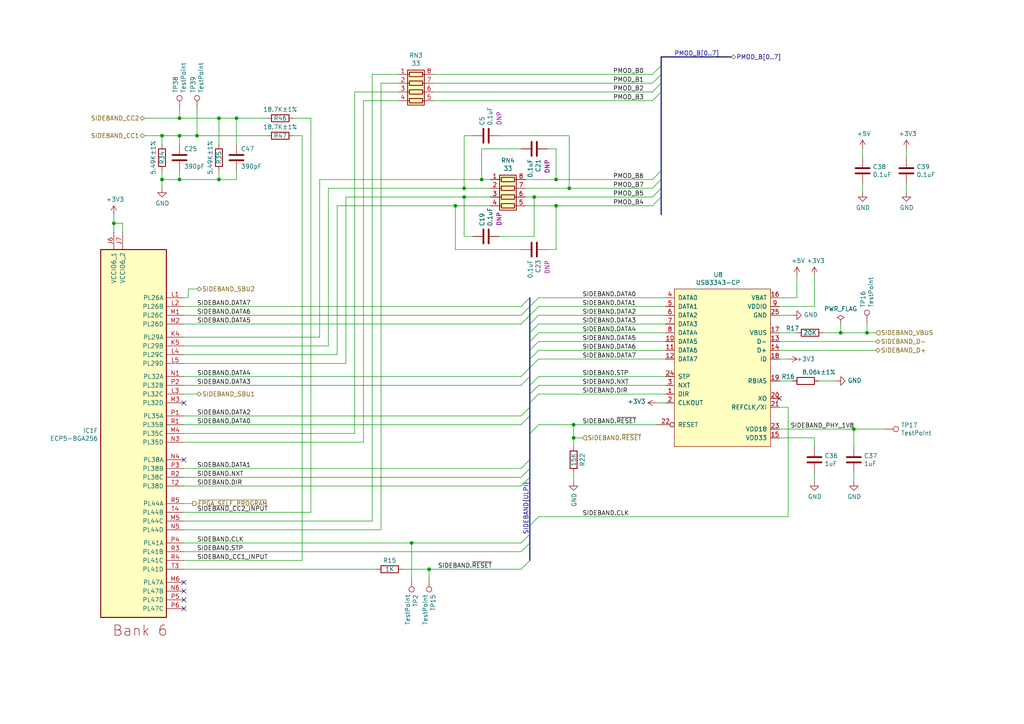
<source format=kicad_sch>
(kicad_sch (version 20211123) (generator eeschema)
  (paper "A4")
  (title_block (title "LUNA USB Multitool") (date "2023-01-11") (rev "r0.5+") (company "Copyright 2019-2023 Great Scott Gadgets") (comment 1 "Licensed under the CERN-OHL-P v2"))
  (junction (at 134.62 54.61))
  (junction (at 124.46 165.1))
  (junction (at 139.7 52.07))
  (junction (at 52.07 52.07))
  (junction (at 63.5 34.29))
  (junction (at 134.62 57.15))
  (junction (at 251.46 96.52))
  (junction (at 52.07 39.37))
  (junction (at 57.15 39.37))
  (junction (at 68.58 34.29))
  (junction (at 243.84 96.52))
  (junction (at 119.38 157.48))
  (junction (at 166.37 127))
  (junction (at 33.02 64.77))
  (junction (at 46.99 52.07))
  (junction (at 166.37 123.19))
  (junction (at 161.29 52.07))
  (junction (at 154.94 57.15))
  (junction (at 165.1 54.61))
  (junction (at 132.08 59.69))
  (junction (at 52.07 34.29))
  (junction (at 247.65 124.46))
  (junction (at 161.29 59.69))
  (junction (at 63.5 52.07))
  (junction (at 46.99 39.37))
  (no_connect (at 53.34 171.45))
  (no_connect (at 53.34 168.91))
  (no_connect (at 53.34 173.99))
  (no_connect (at 53.34 176.53))
  (no_connect (at 226.06 115.57))
  (no_connect (at 53.34 133.35))
  (no_connect (at 53.34 116.84))
  (bus_entry (at 191.77 49.53) (size -2.54 2.54))
  (bus_entry (at 151.13 165.1) (size 2.54 -2.54))
  (bus_entry (at 156.21 114.3) (size -2.54 2.54))
  (bus_entry (at 191.77 19.05) (size -2.54 2.54))
  (bus_entry (at 156.21 86.36) (size -2.54 2.54))
  (bus_entry (at 191.77 26.67) (size -2.54 2.54))
  (bus_entry (at 151.13 109.22) (size 2.54 -2.54))
  (bus_entry (at 151.13 138.43) (size 2.54 -2.54))
  (bus_entry (at 191.77 21.59) (size -2.54 2.54))
  (bus_entry (at 153.67 152.4) (size 2.54 -2.54))
  (bus_entry (at 153.67 104.14) (size 2.54 -2.54))
  (bus_entry (at 153.67 111.76) (size 2.54 -2.54))
  (bus_entry (at 151.13 111.76) (size 2.54 -2.54))
  (bus_entry (at 153.67 106.68) (size 2.54 -2.54))
  (bus_entry (at 153.67 99.06) (size 2.54 -2.54))
  (bus_entry (at 151.13 91.44) (size 2.54 -2.54))
  (bus_entry (at 151.13 88.9) (size 2.54 -2.54))
  (bus_entry (at 153.67 96.52) (size 2.54 -2.54))
  (bus_entry (at 153.67 101.6) (size 2.54 -2.54))
  (bus_entry (at 153.67 93.98) (size 2.54 -2.54))
  (bus_entry (at 151.13 123.19) (size 2.54 -2.54))
  (bus_entry (at 191.77 54.61) (size -2.54 2.54))
  (bus_entry (at 153.67 138.43) (size -2.54 2.54))
  (bus_entry (at 191.77 52.07) (size -2.54 2.54))
  (bus_entry (at 153.67 125.73) (size 2.54 -2.54))
  (bus_entry (at 191.77 24.13) (size -2.54 2.54))
  (bus_entry (at 151.13 135.89) (size 2.54 -2.54))
  (bus_entry (at 151.13 120.65) (size 2.54 -2.54))
  (bus_entry (at 156.21 111.76) (size -2.54 2.54))
  (bus_entry (at 151.13 160.02) (size 2.54 -2.54))
  (bus_entry (at 151.13 93.98) (size 2.54 -2.54))
  (bus_entry (at 151.13 157.48) (size 2.54 -2.54))
  (bus_entry (at 153.67 91.44) (size 2.54 -2.54))
  (bus_entry (at 191.77 57.15) (size -2.54 2.54))
  (wire (pts (xy 52.07 31.75) (xy 52.07 34.29)))
  (wire (pts (xy 53.34 138.43) (xy 151.13 138.43)))
  (wire (pts (xy 92.71 52.07) (xy 92.71 97.79)))
  (wire (pts (xy 226.06 99.06) (xy 254 99.06)))
  (bus (pts (xy 191.77 16.51) (xy 212.09 16.51)))
  (wire (pts (xy 243.84 96.52) (xy 251.46 96.52)))
  (wire (pts (xy 105.41 29.21) (xy 115.57 29.21)))
  (wire (pts (xy 139.7 52.07) (xy 139.7 43.18)))
  (bus (pts (xy 191.77 21.59) (xy 191.77 24.13)))
  (wire (pts (xy 229.87 110.49) (xy 226.06 110.49)))
  (bus (pts (xy 153.67 111.76) (xy 153.67 114.3)))
  (wire (pts (xy 243.84 93.98) (xy 243.84 96.52)))
  (wire (pts (xy 166.37 123.19) (xy 190.5 123.19)))
  (wire (pts (xy 166.37 137.16) (xy 166.37 139.7)))
  (wire (pts (xy 110.49 153.67) (xy 53.34 153.67)))
  (wire (pts (xy 193.04 91.44) (xy 156.21 91.44)))
  (bus (pts (xy 153.67 120.65) (xy 153.67 125.73)))
  (bus (pts (xy 153.67 93.98) (xy 153.67 96.52)))
  (wire (pts (xy 161.29 43.18) (xy 161.29 52.07)))
  (wire (pts (xy 226.06 124.46) (xy 247.65 124.46)))
  (wire (pts (xy 154.94 68.58) (xy 154.94 57.15)))
  (wire (pts (xy 53.34 135.89) (xy 151.13 135.89)))
  (wire (pts (xy 87.63 162.56) (xy 53.34 162.56)))
  (wire (pts (xy 92.71 97.79) (xy 53.34 97.79)))
  (wire (pts (xy 231.14 86.36) (xy 231.14 80.01)))
  (bus (pts (xy 191.77 19.05) (xy 191.77 21.59)))
  (wire (pts (xy 165.1 54.61) (xy 152.4 54.61)))
  (wire (pts (xy 152.4 52.07) (xy 161.29 52.07)))
  (bus (pts (xy 153.67 86.36) (xy 153.67 88.9)))
  (wire (pts (xy 132.08 59.69) (xy 132.08 72.39)))
  (bus (pts (xy 153.67 138.43) (xy 153.67 152.4)))
  (wire (pts (xy 193.04 93.98) (xy 156.21 93.98)))
  (wire (pts (xy 109.22 165.1) (xy 53.34 165.1)))
  (wire (pts (xy 92.71 52.07) (xy 139.7 52.07)))
  (wire (pts (xy 68.58 52.07) (xy 63.5 52.07)))
  (wire (pts (xy 97.79 59.69) (xy 132.08 59.69)))
  (bus (pts (xy 153.67 88.9) (xy 153.67 91.44)))
  (wire (pts (xy 33.02 67.31) (xy 33.02 64.77)))
  (wire (pts (xy 53.34 160.02) (xy 151.13 160.02)))
  (wire (pts (xy 46.99 41.91) (xy 46.99 39.37)))
  (bus (pts (xy 191.77 24.13) (xy 191.77 26.67)))
  (bus (pts (xy 153.67 125.73) (xy 153.67 133.35)))
  (wire (pts (xy 251.46 96.52) (xy 254 96.52)))
  (wire (pts (xy 53.34 114.3) (xy 57.15 114.3)))
  (wire (pts (xy 262.89 53.34) (xy 262.89 55.88)))
  (wire (pts (xy 90.17 148.59) (xy 90.17 34.29)))
  (wire (pts (xy 53.34 125.73) (xy 102.87 125.73)))
  (wire (pts (xy 158.75 72.39) (xy 161.29 72.39)))
  (wire (pts (xy 189.23 24.13) (xy 125.73 24.13)))
  (wire (pts (xy 231.14 96.52) (xy 226.06 96.52)))
  (wire (pts (xy 247.65 129.54) (xy 247.65 124.46)))
  (wire (pts (xy 226.06 118.11) (xy 228.6 118.11)))
  (wire (pts (xy 52.07 49.53) (xy 52.07 52.07)))
  (wire (pts (xy 68.58 41.91) (xy 68.58 34.29)))
  (wire (pts (xy 189.23 59.69) (xy 161.29 59.69)))
  (wire (pts (xy 33.02 64.77) (xy 35.56 64.77)))
  (wire (pts (xy 226.06 101.6) (xy 254 101.6)))
  (wire (pts (xy 250.19 53.34) (xy 250.19 55.88)))
  (wire (pts (xy 142.24 54.61) (xy 134.62 54.61)))
  (wire (pts (xy 193.04 86.36) (xy 156.21 86.36)))
  (wire (pts (xy 125.73 21.59) (xy 189.23 21.59)))
  (wire (pts (xy 57.15 39.37) (xy 52.07 39.37)))
  (wire (pts (xy 193.04 101.6) (xy 156.21 101.6)))
  (wire (pts (xy 97.79 102.87) (xy 97.79 59.69)))
  (wire (pts (xy 193.04 88.9) (xy 156.21 88.9)))
  (wire (pts (xy 166.37 123.19) (xy 156.21 123.19)))
  (bus (pts (xy 191.77 54.61) (xy 191.77 57.15)))
  (wire (pts (xy 115.57 26.67) (xy 102.87 26.67)))
  (wire (pts (xy 53.34 91.44) (xy 151.13 91.44)))
  (wire (pts (xy 228.6 149.86) (xy 228.6 118.11)))
  (bus (pts (xy 153.67 154.94) (xy 153.67 157.48)))
  (wire (pts (xy 97.79 102.87) (xy 53.34 102.87)))
  (wire (pts (xy 77.47 39.37) (xy 57.15 39.37)))
  (wire (pts (xy 161.29 52.07) (xy 189.23 52.07)))
  (wire (pts (xy 226.06 127) (xy 236.22 127)))
  (bus (pts (xy 153.67 106.68) (xy 153.67 109.22)))
  (wire (pts (xy 87.63 162.56) (xy 87.63 39.37)))
  (bus (pts (xy 153.67 104.14) (xy 153.67 106.68)))
  (bus (pts (xy 153.67 133.35) (xy 153.67 135.89)))
  (bus (pts (xy 153.67 118.11) (xy 153.67 120.65)))
  (wire (pts (xy 247.65 139.7) (xy 247.65 137.16)))
  (wire (pts (xy 110.49 153.67) (xy 110.49 24.13)))
  (bus (pts (xy 191.77 26.67) (xy 191.77 49.53)))
  (wire (pts (xy 193.04 104.14) (xy 156.21 104.14)))
  (wire (pts (xy 46.99 39.37) (xy 41.91 39.37)))
  (wire (pts (xy 46.99 52.07) (xy 46.99 54.61)))
  (wire (pts (xy 247.65 124.46) (xy 256.54 124.46)))
  (wire (pts (xy 226.06 91.44) (xy 229.87 91.44)))
  (wire (pts (xy 134.62 68.58) (xy 137.16 68.58)))
  (wire (pts (xy 105.41 128.27) (xy 105.41 29.21)))
  (wire (pts (xy 33.02 62.23) (xy 33.02 64.77)))
  (bus (pts (xy 153.67 135.89) (xy 153.67 138.43)))
  (wire (pts (xy 139.7 43.18) (xy 151.13 43.18)))
  (wire (pts (xy 55.88 146.05) (xy 53.34 146.05)))
  (wire (pts (xy 124.46 165.1) (xy 124.46 167.64)))
  (wire (pts (xy 161.29 59.69) (xy 152.4 59.69)))
  (wire (pts (xy 53.34 86.36) (xy 54.61 86.36)))
  (wire (pts (xy 132.08 72.39) (xy 151.13 72.39)))
  (wire (pts (xy 262.89 43.18) (xy 262.89 45.72)))
  (wire (pts (xy 236.22 88.9) (xy 226.06 88.9)))
  (wire (pts (xy 236.22 127) (xy 236.22 129.54)))
  (wire (pts (xy 137.16 39.37) (xy 134.62 39.37)))
  (wire (pts (xy 228.6 104.14) (xy 226.06 104.14)))
  (wire (pts (xy 53.34 123.19) (xy 151.13 123.19)))
  (wire (pts (xy 53.34 120.65) (xy 151.13 120.65)))
  (bus (pts (xy 191.77 57.15) (xy 191.77 62.23)))
  (wire (pts (xy 166.37 127) (xy 168.91 127)))
  (wire (pts (xy 226.06 86.36) (xy 231.14 86.36)))
  (wire (pts (xy 165.1 39.37) (xy 165.1 54.61)))
  (wire (pts (xy 134.62 57.15) (xy 142.24 57.15)))
  (wire (pts (xy 85.09 34.29) (xy 90.17 34.29)))
  (wire (pts (xy 144.78 68.58) (xy 154.94 68.58)))
  (wire (pts (xy 57.15 31.75) (xy 57.15 39.37)))
  (wire (pts (xy 144.78 39.37) (xy 165.1 39.37)))
  (wire (pts (xy 134.62 39.37) (xy 134.62 54.61)))
  (bus (pts (xy 153.67 116.84) (xy 153.67 118.11)))
  (bus (pts (xy 191.77 52.07) (xy 191.77 54.61)))
  (wire (pts (xy 166.37 127) (xy 166.37 129.54)))
  (wire (pts (xy 102.87 26.67) (xy 102.87 125.73)))
  (bus (pts (xy 153.67 109.22) (xy 153.67 111.76)))
  (wire (pts (xy 250.19 43.18) (xy 250.19 45.72)))
  (wire (pts (xy 53.34 105.41) (xy 100.33 105.41)))
  (wire (pts (xy 54.61 83.82) (xy 57.15 83.82)))
  (wire (pts (xy 53.34 100.33) (xy 95.25 100.33)))
  (wire (pts (xy 132.08 59.69) (xy 142.24 59.69)))
  (wire (pts (xy 236.22 80.01) (xy 236.22 88.9)))
  (wire (pts (xy 53.34 148.59) (xy 90.17 148.59)))
  (wire (pts (xy 53.34 93.98) (xy 151.13 93.98)))
  (wire (pts (xy 161.29 72.39) (xy 161.29 59.69)))
  (wire (pts (xy 54.61 86.36) (xy 54.61 83.82)))
  (wire (pts (xy 158.75 43.18) (xy 161.29 43.18)))
  (wire (pts (xy 166.37 123.19) (xy 166.37 127)))
  (bus (pts (xy 153.67 101.6) (xy 153.67 104.14)))
  (wire (pts (xy 100.33 105.41) (xy 100.33 57.15)))
  (wire (pts (xy 52.07 41.91) (xy 52.07 39.37)))
  (wire (pts (xy 154.94 57.15) (xy 189.23 57.15)))
  (wire (pts (xy 46.99 49.53) (xy 46.99 52.07)))
  (wire (pts (xy 193.04 96.52) (xy 156.21 96.52)))
  (wire (pts (xy 156.21 149.86) (xy 228.6 149.86)))
  (bus (pts (xy 153.67 96.52) (xy 153.67 99.06)))
  (wire (pts (xy 52.07 52.07) (xy 63.5 52.07)))
  (wire (pts (xy 156.21 111.76) (xy 193.04 111.76)))
  (wire (pts (xy 35.56 64.77) (xy 35.56 67.31)))
  (wire (pts (xy 139.7 52.07) (xy 142.24 52.07)))
  (wire (pts (xy 156.21 109.22) (xy 193.04 109.22)))
  (wire (pts (xy 46.99 52.07) (xy 52.07 52.07)))
  (wire (pts (xy 193.04 99.06) (xy 156.21 99.06)))
  (wire (pts (xy 119.38 167.64) (xy 119.38 157.48)))
  (wire (pts (xy 53.34 140.97) (xy 151.13 140.97)))
  (bus (pts (xy 153.67 99.06) (xy 153.67 101.6)))
  (wire (pts (xy 193.04 116.84) (xy 190.5 116.84)))
  (wire (pts (xy 68.58 34.29) (xy 77.47 34.29)))
  (wire (pts (xy 53.34 157.48) (xy 119.38 157.48)))
  (wire (pts (xy 68.58 34.29) (xy 63.5 34.29)))
  (wire (pts (xy 53.34 88.9) (xy 151.13 88.9)))
  (wire (pts (xy 107.95 21.59) (xy 107.95 151.13)))
  (wire (pts (xy 124.46 165.1) (xy 151.13 165.1)))
  (wire (pts (xy 116.84 165.1) (xy 124.46 165.1)))
  (wire (pts (xy 68.58 49.53) (xy 68.58 52.07)))
  (wire (pts (xy 53.34 109.22) (xy 151.13 109.22)))
  (wire (pts (xy 107.95 21.59) (xy 115.57 21.59)))
  (wire (pts (xy 46.99 39.37) (xy 52.07 39.37)))
  (wire (pts (xy 238.76 96.52) (xy 243.84 96.52)))
  (bus (pts (xy 153.67 91.44) (xy 153.67 93.98)))
  (bus (pts (xy 153.67 114.3) (xy 153.67 116.84)))
  (wire (pts (xy 52.07 34.29) (xy 63.5 34.29)))
  (wire (pts (xy 53.34 151.13) (xy 107.95 151.13)))
  (wire (pts (xy 63.5 52.07) (xy 63.5 49.53)))
  (bus (pts (xy 153.67 152.4) (xy 153.67 154.94)))
  (wire (pts (xy 251.46 93.98) (xy 251.46 96.52)))
  (bus (pts (xy 191.77 49.53) (xy 191.77 52.07)))
  (wire (pts (xy 236.22 139.7) (xy 236.22 137.16)))
  (wire (pts (xy 189.23 29.21) (xy 125.73 29.21)))
  (wire (pts (xy 87.63 39.37) (xy 85.09 39.37)))
  (wire (pts (xy 189.23 54.61) (xy 165.1 54.61)))
  (wire (pts (xy 156.21 114.3) (xy 193.04 114.3)))
  (wire (pts (xy 152.4 57.15) (xy 154.94 57.15)))
  (wire (pts (xy 134.62 57.15) (xy 134.62 68.58)))
  (wire (pts (xy 63.5 41.91) (xy 63.5 34.29)))
  (wire (pts (xy 95.25 100.33) (xy 95.25 54.61)))
  (wire (pts (xy 242.57 110.49) (xy 237.49 110.49)))
  (wire (pts (xy 115.57 24.13) (xy 110.49 24.13)))
  (bus (pts (xy 191.77 16.51) (xy 191.77 19.05)))
  (wire (pts (xy 134.62 54.61) (xy 95.25 54.61)))
  (wire (pts (xy 125.73 26.67) (xy 189.23 26.67)))
  (wire (pts (xy 53.34 128.27) (xy 105.41 128.27)))
  (wire (pts (xy 53.34 111.76) (xy 151.13 111.76)))
  (bus (pts (xy 153.67 157.48) (xy 153.67 162.56)))
  (wire (pts (xy 100.33 57.15) (xy 134.62 57.15)))
  (wire (pts (xy 119.38 157.48) (xy 151.13 157.48)))
  (wire (pts (xy 41.91 34.29) (xy 52.07 34.29)))
  (label "SIDEBAND.CLK" (at 57.15 157.48 0))
  (label "SIDEBAND.DATA0" (at 57.15 123.19 0))
  (label "SIDEBAND.DATA5" (at 168.91 99.06 0))
  (label "SIDEBAND.STP" (at 168.91 109.22 0))
  (label "SIDEBAND.DATA2" (at 168.91 91.44 0))
  (label "SIDEBAND.DIR" (at 168.91 114.3 0))
  (label "SIDEBAND.DATA4" (at 57.15 109.22 0))
  (label "PMOD_B5" (at 177.8 57.15 0))
  (label "SIDEBAND.DATA3" (at 168.91 93.98 0))
  (label "SIDEBAND_PHY_1V8" (at 229.235 124.46 0))
  (label "SIDEBAND.CLK" (at 168.91 149.86 0))
  (label "PMOD_B0" (at 177.8 21.59 0))
  (label "SIDEBAND.DATA4" (at 168.91 96.52 0))
  (label "SIDEBAND.DATA7" (at 57.15 88.9 0))
  (label "SIDEBAND.DATA2" (at 57.15 120.65 0))
  (label "PMOD_B3" (at 177.8 29.21 0))
  (label "SIDEBAND_CC1_INPUT" (at 57.15 162.56 0))
  (label "PMOD_B6" (at 177.8 52.07 0))
  (label "PMOD_B1" (at 177.8 24.13 0))
  (label "SIDEBAND.DIR" (at 57.15 140.97 0))
  (label "PMOD_B4" (at 177.8 59.69 0))
  (label "SIDEBAND.DATA1" (at 57.15 135.89 0))
  (label "PMOD_B7" (at 177.8 54.61 0))
  (label "SIDEBAND.DATA1" (at 168.91 88.9 0))
  (label "SIDEBAND.STP" (at 57.15 160.02 0))
  (label "SIDEBAND.DATA6" (at 57.15 91.44 0))
  (label "SIDEBAND{ULPI}" (at 153.67 154.94 90))
  (label "SIDEBAND.DATA0" (at 168.91 86.36 0))
  (label "SIDEBAND.DATA5" (at 57.15 93.98 0))
  (label "SIDEBAND.NXT" (at 168.91 111.76 0))
  (label "SIDEBAND.DATA6" (at 168.91 101.6 0))
  (label "SIDEBAND.~{RESET}" (at 168.91 123.19 0))
  (label "SIDEBAND_CC2_INPUT" (at 57.15 148.59 0))
  (label "PMOD_B[0..7]" (at 195.58 16.51 0))
  (label "SIDEBAND.NXT" (at 57.15 138.43 0))
  (label "PMOD_B2" (at 177.8 26.67 0))
  (label "SIDEBAND.~{RESET}" (at 127 165.1 0))
  (label "SIDEBAND.DATA7" (at 168.91 104.14 0))
  (label "SIDEBAND.DATA3" (at 57.15 111.76 0))
  (hierarchical_label "SIDEBAND_VBUS" (shape input) (at 254 96.52 0))
  (hierarchical_label "SIDEBAND_CC1" (shape bidirectional) (at 41.91 39.37 180))
  (hierarchical_label "PMOD_B[0..7]" (shape bidirectional) (at 212.09 16.51 0))
  (hierarchical_label "SIDEBAND_CC2" (shape bidirectional) (at 41.91 34.29 180))
  (hierarchical_label "SIDEBAND.~{RESET}" (shape input) (at 168.91 127 0))
  (hierarchical_label "SIDEBAND_SBU2" (shape bidirectional) (at 57.15 83.82 0))
  (hierarchical_label "~{FPGA_SELF_PROGRAM}" (shape output) (at 55.88 146.05 0))
  (hierarchical_label "SIDEBAND_D+" (shape bidirectional) (at 254 101.6 0))
  (hierarchical_label "SIDEBAND_SBU1" (shape bidirectional) (at 57.15 114.3 0))
  (hierarchical_label "SIDEBAND_D-" (shape bidirectional) (at 254 99.06 0))
  (symbol (lib_id "usb:USB3343") (at 193.04 83.82 0) (unit 1)
    (property "Reference" "U8" (at 208.28 79.6798 0))
    (property "Value" "USB3343-CP" (at 208.28 81.9658 0))
    (property "Footprint" "Package_DFN_QFN:VQFN-24-1EP_4x4mm_P0.5mm_EP2.45x2.45mm" (effects hide))
    (property "Datasheet" "http://ww1.microchip.com/downloads/en/DeviceDoc/334x.pdf" (effects hide))
    (property "Description" "IC TRANSCEIVER 1/1 24QFN" (effects hide))
    (property "Manufacturer" "Microchip" (effects hide))
    (property "Part Number" "USB3343-CP" (effects hide))
  )
  (symbol (lib_id "fpgas_and_processors:ECP5-BGA256") (at 29.21 72.39 0) (unit 6)
    (property "Reference" "IC1" (at 28.448 124.8918 0) (effects (justify right)))
    (property "Value" "ECP5-BGA256" (at 28.448 127.1778 0) (effects (justify right)))
    (property "Footprint" "luna:lattice_cabga256" (effects hide))
    (property "Description" "FPGA - Field Programmable Gate Array ECP5; 12k LUTs; 1.1V" (effects hide))
    (property "Manufacturer" "Lattice" (effects hide))
    (property "Part Number" "LFE5U-12F-6BG256C" (effects hide))
    (property "Substitution" "LFE5U-12F-*BG256*" (effects hide))
  )
  (symbol (lib_id "power:+3V3") (at 33.02 62.23 0) (unit 1)
    (property "Reference" "#PWR057" (effects hide))
    (property "Value" "+3V3" (at 33.3756 57.8358 0))
  )
  (symbol (lib_id "power:+3V3") (at 190.5 116.84 90) (unit 1)
    (property "Reference" "#PWR058" (effects hide))
    (property "Value" "+3V3" (at 187.2488 116.459 90) (effects (justify left)))
  )
  (symbol (lib_id "Device:C") (at 236.22 133.35 0) (unit 1)
    (property "Reference" "C36" (at 239.141 132.207 0) (effects (justify left)))
    (property "Value" "1uF" (at 239.141 134.493 0) (effects (justify left)))
    (property "Footprint" "Capacitor_SMD:C_0603_1608Metric" (effects hide))
    (property "Part Number" "GENERIC-CAP-0603-1uF" (effects hide))
    (property "Substitution" "any equivalent" (effects hide))
  )
  (symbol (lib_id "power:GND") (at 236.22 139.7 0) (unit 1)
    (property "Reference" "#PWR062" (effects hide))
    (property "Value" "GND" (at 236.3216 144.0688 0))
  )
  (symbol (lib_id "Device:C") (at 247.65 133.35 0) (unit 1)
    (property "Reference" "C37" (at 250.571 132.207 0) (effects (justify left)))
    (property "Value" "1uF" (at 250.571 134.493 0) (effects (justify left)))
    (property "Footprint" "Capacitor_SMD:C_0603_1608Metric" (effects hide))
    (property "Part Number" "GENERIC-CAP-0603-1uF" (effects hide))
    (property "Substitution" "any equivalent" (effects hide))
  )
  (symbol (lib_id "power:GND") (at 247.65 139.7 0) (unit 1)
    (property "Reference" "#PWR064" (effects hide))
    (property "Value" "GND" (at 247.7516 144.0688 0))
  )
  (symbol (lib_id "power:GND") (at 229.87 91.44 90) (unit 1)
    (property "Reference" "#PWR059" (effects hide))
    (property "Value" "GND" (at 233.1212 91.313 90) (effects (justify right)))
  )
  (symbol (lib_id "power:+5V") (at 231.14 80.01 0) (unit 1)
    (property "Reference" "#PWR060" (effects hide))
    (property "Value" "+5V" (at 231.4956 75.6158 0))
  )
  (symbol (lib_id "power:+3V3") (at 236.22 80.01 0) (unit 1)
    (property "Reference" "#PWR061" (effects hide))
    (property "Value" "+3V3" (at 236.5756 75.6158 0))
  )
  (symbol (lib_id "Device:R") (at 233.68 110.49 270) (unit 1)
    (property "Reference" "R16" (at 228.6 109.22 90))
    (property "Value" "8.06k±1%" (at 237.49 107.95 90))
    (property "Footprint" "Resistor_SMD:R_0402_1005Metric" (effects hide))
    (property "Description" "RES SMD 8.06K OHM 1% 1/10W 0402" (effects hide))
    (property "Manufacturer" "Panasonic" (effects hide))
    (property "Part Number" "ERJ-2RKF8061X" (effects hide))
    (property "Substitution" "any equivalent" (effects hide))
  )
  (symbol (lib_id "power:GND") (at 242.57 110.49 90) (unit 1)
    (property "Reference" "#PWR063" (effects hide))
    (property "Value" "GND" (at 245.8212 110.363 90) (effects (justify right)))
  )
  (symbol (lib_id "Device:R") (at 234.95 96.52 270) (unit 1)
    (property "Reference" "R17" (at 229.87 95.25 90))
    (property "Value" "20K" (at 234.95 96.52 90))
    (property "Footprint" "Resistor_SMD:R_0402_1005Metric" (effects hide))
    (property "Description" "RES SMD 20K OHM 5% 1/16W 0402" (effects hide))
    (property "Manufacturer" "Yageo" (effects hide))
    (property "Part Number" "RC0402JR-0720KL" (effects hide))
    (property "Substitution" "any equivalent" (effects hide))
  )
  (symbol (lib_id "Device:C") (at 250.19 49.53 0) (unit 1)
    (property "Reference" "C38" (at 253.111 48.387 0) (effects (justify left)))
    (property "Value" "0.1uF" (at 253.111 50.673 0) (effects (justify left)))
    (property "Footprint" "Capacitor_SMD:C_0402_1005Metric" (effects hide))
    (property "Part Number" "GENERIC-CAP-0402-0.1uF" (effects hide))
    (property "Substitution" "any equivalent" (effects hide))
  )
  (symbol (lib_id "Device:C") (at 262.89 49.53 0) (unit 1)
    (property "Reference" "C39" (at 265.811 48.387 0) (effects (justify left)))
    (property "Value" "0.1uF" (at 265.811 50.673 0) (effects (justify left)))
    (property "Footprint" "Capacitor_SMD:C_0402_1005Metric" (effects hide))
    (property "Part Number" "GENERIC-CAP-0402-0.1uF" (effects hide))
    (property "Substitution" "any equivalent" (effects hide))
  )
  (symbol (lib_id "power:+5V") (at 250.19 43.18 0) (unit 1)
    (property "Reference" "#PWR065" (effects hide))
    (property "Value" "+5V" (at 250.5456 38.7858 0))
  )
  (symbol (lib_id "power:+3V3") (at 262.89 43.18 0) (unit 1)
    (property "Reference" "#PWR067" (effects hide))
    (property "Value" "+3V3" (at 263.2456 38.7858 0))
  )
  (symbol (lib_id "power:GND") (at 250.19 55.88 0) (unit 1)
    (property "Reference" "#PWR066" (effects hide))
    (property "Value" "GND" (at 250.2916 60.2488 0))
  )
  (symbol (lib_id "power:GND") (at 262.89 55.88 0) (unit 1)
    (property "Reference" "#PWR068" (effects hide))
    (property "Value" "GND" (at 262.9916 60.2488 0))
  )
  (symbol (lib_id "Device:R") (at 113.03 165.1 270) (unit 1)
    (property "Reference" "R15" (at 113.03 162.56 90))
    (property "Value" "1K" (at 113.03 165.1 90))
    (property "Footprint" "Resistor_SMD:R_0402_1005Metric" (effects hide))
    (property "Part Number" "GENERIC-RES-0402-1K" (effects hide))
    (property "Substitution" "any equivalent" (effects hide))
  )
  (symbol (lib_id "Device:R") (at 166.37 133.35 0) (unit 1)
    (property "Reference" "R22" (at 168.91 133.35 90))
    (property "Value" "15K" (at 166.37 133.35 90))
    (property "Footprint" "Resistor_SMD:R_0402_1005Metric" (effects hide))
    (property "Part Number" "GENERIC-RES-0402-15K" (effects hide))
    (property "Substitution" "any equivalent" (effects hide))
  )
  (symbol (lib_id "power:GND") (at 166.37 139.7 0) (unit 1)
    (property "Reference" "#PWR0101" (effects hide))
    (property "Value" "GND" (at 166.497 142.9512 90) (effects (justify right)))
  )
  (symbol (lib_id "Device:C") (at 154.94 43.18 270) (unit 1)
    (property "Reference" "C21" (at 156.083 46.101 0) (effects (justify left)))
    (property "Value" "0.1uF" (at 153.797 46.101 0) (effects (justify left)))
    (property "Footprint" "Capacitor_SMD:C_0402_1005Metric" (effects hide))
    (property "Part Number" "GENERIC-CAP-0402-0.1uF" (effects hide))
    (property "Substitution" "any equivalent" (effects hide))
    (property "Note" "DNP" (at 158.75 48.26 0))
  )
  (symbol (lib_id "Device:C") (at 140.97 39.37 90) (unit 1)
    (property "Reference" "C5" (at 139.827 36.449 0) (effects (justify left)))
    (property "Value" "0.1uF" (at 142.113 36.449 0) (effects (justify left)))
    (property "Footprint" "Capacitor_SMD:C_0402_1005Metric" (effects hide))
    (property "Part Number" "GENERIC-CAP-0402-0.1uF" (effects hide))
    (property "Substitution" "any equivalent" (effects hide))
    (property "Note" "DNP" (at 144.78 34.29 0))
  )
  (symbol (lib_id "Device:C") (at 140.97 68.58 90) (unit 1)
    (property "Reference" "C19" (at 139.827 65.659 0) (effects (justify left)))
    (property "Value" "0.1uF" (at 142.113 65.659 0) (effects (justify left)))
    (property "Footprint" "Capacitor_SMD:C_0402_1005Metric" (effects hide))
    (property "Part Number" "GENERIC-CAP-0402-0.1uF" (effects hide))
    (property "Substitution" "any equivalent" (effects hide))
    (property "Note" "DNP" (at 144.78 63.5 0))
  )
  (symbol (lib_id "Device:C") (at 154.94 72.39 270) (unit 1)
    (property "Reference" "C23" (at 156.083 75.311 0) (effects (justify left)))
    (property "Value" "0.1uF" (at 153.797 75.311 0) (effects (justify left)))
    (property "Footprint" "Capacitor_SMD:C_0402_1005Metric" (effects hide))
    (property "Part Number" "GENERIC-CAP-0402-0.1uF" (effects hide))
    (property "Substitution" "any equivalent" (effects hide))
    (property "Note" "DNP" (at 158.75 77.47 0))
  )
  (symbol (lib_id "power:GND") (at 46.99 54.61 0) (unit 1)
    (property "Reference" "#PWR010" (effects hide))
    (property "Value" "GND" (at 47.0916 58.9788 0))
  )
  (symbol (lib_id "Device:R") (at 81.28 34.29 270) (unit 1)
    (property "Reference" "R46" (at 81.28 34.29 90))
    (property "Value" "18.7K±1%" (at 81.28 31.75 90))
    (property "Footprint" "Resistor_SMD:R_0402_1005Metric" (effects hide))
    (property "Part Number" "ERJ-2RKF1872X" (effects hide))
    (property "Substitution" "any equivalent" (effects hide))
    (property "Description" "RES SMD 18.7K OHM 1% 1/10W 0402" (effects hide))
    (property "Manufacturer" "Panasonic" (effects hide))
  )
  (symbol (lib_id "Device:R") (at 81.28 39.37 270) (unit 1)
    (property "Reference" "R47" (at 81.28 39.37 90))
    (property "Value" "18.7K±1%" (at 81.28 36.83 90))
    (property "Footprint" "Resistor_SMD:R_0402_1005Metric" (effects hide))
    (property "Part Number" "ERJ-2RKF1872X" (effects hide))
    (property "Substitution" "any equivalent" (effects hide))
    (property "Description" "RES SMD 18.7K OHM 1% 1/10W 0402" (effects hide))
    (property "Manufacturer" "Panasonic" (effects hide))
  )
  (symbol (lib_id "Device:C") (at 68.58 45.72 0) (unit 1)
    (property "Reference" "C47" (at 69.85 43.18 0) (effects (justify left)))
    (property "Value" "390pF" (at 69.85 48.26 0) (effects (justify left)))
    (property "Footprint" "Capacitor_SMD:C_0402_1005Metric" (effects hide))
    (property "Part Number" "GENERIC-CAP-0402-390pF" (effects hide))
    (property "Substitution" "any equivalent" (effects hide))
  )
  (symbol (lib_id "Device:C") (at 52.07 45.72 0) (unit 1)
    (property "Reference" "C25" (at 53.34 43.18 0) (effects (justify left)))
    (property "Value" "390pF" (at 53.34 48.26 0) (effects (justify left)))
    (property "Footprint" "Capacitor_SMD:C_0402_1005Metric" (effects hide))
    (property "Part Number" "GENERIC-CAP-0402-390pF" (effects hide))
    (property "Substitution" "any equivalent" (effects hide))
  )
  (symbol (lib_id "power:+3V3") (at 228.6 104.14 270) (unit 1)
    (property "Reference" "#PWR0126" (effects hide))
    (property "Value" "+3V3" (at 233.68 104.14 90))
  )
  (symbol (lib_id "Connector:TestPoint") (at 52.07 31.75 0) (unit 1)
    (property "Reference" "TP38" (at 50.927 27.0002 90) (effects (justify left)))
    (property "Value" "TestPoint" (at 53.213 27.0002 90) (effects (justify left)))
    (property "Footprint" "TestPoint:TestPoint_Pad_D1.0mm" (effects hide))
    (property "Note" "DNP" (effects hide))
  )
  (symbol (lib_id "Connector:TestPoint") (at 57.15 31.75 0) (unit 1)
    (property "Reference" "TP39" (at 56.007 27.0002 90) (effects (justify left)))
    (property "Value" "TestPoint" (at 58.293 27.0002 90) (effects (justify left)))
    (property "Footprint" "TestPoint:TestPoint_Pad_D1.0mm" (effects hide))
    (property "Note" "DNP" (effects hide))
  )
  (symbol (lib_id "power:PWR_FLAG") (at 243.84 93.98 0) (unit 1)
    (property "Reference" "#FLG0105" (effects hide))
    (property "Value" "PWR_FLAG" (at 243.84 89.5858 0))
  )
  (symbol (lib_id "Device:R") (at 46.99 45.72 0) (mirror x) (unit 1)
    (property "Reference" "R34" (at 46.99 45.72 90))
    (property "Value" "5.49K±1%" (at 44.45 45.72 90))
    (property "Footprint" "Resistor_SMD:R_0402_1005Metric" (effects hide))
    (property "Part Number" "ERJ-2RKF5491X" (effects hide))
    (property "Substitution" "any equivalent" (effects hide))
    (property "Description" "RES SMD 5.49K OHM 1% 1/10W 0402" (effects hide))
    (property "Manufacturer" "Panasonic" (effects hide))
  )
  (symbol (lib_id "Device:R") (at 63.5 45.72 0) (mirror x) (unit 1)
    (property "Reference" "R35" (at 63.5 45.72 90))
    (property "Value" "5.49K±1%" (at 60.96 45.72 90))
    (property "Footprint" "Resistor_SMD:R_0402_1005Metric" (effects hide))
    (property "Part Number" "ERJ-2RKF5491X" (effects hide))
    (property "Substitution" "any equivalent" (effects hide))
    (property "Description" "RES SMD 5.49K OHM 1% 1/10W 0402" (effects hide))
    (property "Manufacturer" "Panasonic" (effects hide))
  )
  (symbol (lib_id "Device:R_Pack04") (at 120.65 26.67 270) (unit 1)
    (property "Reference" "RN3" (at 120.65 16.0782 90))
    (property "Value" "33" (at 120.65 18.3896 90))
    (property "Footprint" "Resistor_SMD:R_Array_Convex_4x0402" (effects hide))
    (property "Description" "RES ARRAY 4 RES 33 OHM 0804" (effects hide))
    (property "Manufacturer" "Yageo" (effects hide))
    (property "Part Number" "YC124-JR-0733RL" (effects hide))
    (property "Substitution" "any equivalent" (effects hide))
  )
  (symbol (lib_id "Device:R_Pack04") (at 147.32 57.15 270) (unit 1)
    (property "Reference" "RN4" (at 147.32 46.5582 90))
    (property "Value" "33" (at 147.32 48.8696 90))
    (property "Footprint" "Resistor_SMD:R_Array_Convex_4x0402" (effects hide))
    (property "Description" "RES ARRAY 4 RES 33 OHM 0804" (effects hide))
    (property "Manufacturer" "Yageo" (effects hide))
    (property "Part Number" "YC124-JR-0733RL" (effects hide))
    (property "Substitution" "any equivalent" (effects hide))
  )
  (symbol (lib_id "Connector:TestPoint") (at 256.54 124.46 270) (unit 1)
    (property "Reference" "TP17" (at 261.2898 123.317 90) (effects (justify left)))
    (property "Value" "TestPoint" (at 261.2898 125.603 90) (effects (justify left)))
    (property "Footprint" "TestPoint:TestPoint_Pad_D1.0mm" (effects hide))
    (property "Note" "DNP" (effects hide))
  )
  (symbol (lib_id "Connector:TestPoint") (at 251.46 93.98 0) (unit 1)
    (property "Reference" "TP16" (at 250.317 89.2302 90) (effects (justify left)))
    (property "Value" "TestPoint" (at 252.603 89.2302 90) (effects (justify left)))
    (property "Footprint" "TestPoint:TestPoint_Pad_D1.0mm" (effects hide))
    (property "Note" "DNP" (effects hide))
  )
  (symbol (lib_id "Connector:TestPoint") (at 124.46 167.64 180) (unit 1)
    (property "Reference" "TP15" (at 125.603 172.3898 90) (effects (justify left)))
    (property "Value" "TestPoint" (at 123.317 172.3898 90) (effects (justify left)))
    (property "Footprint" "TestPoint:TestPoint_Pad_D1.0mm" (effects hide))
    (property "Note" "DNP" (effects hide))
  )
  (symbol (lib_id "Connector:TestPoint") (at 119.38 167.64 180) (unit 1)
    (property "Reference" "TP2" (at 120.523 172.3898 90) (effects (justify left)))
    (property "Value" "TestPoint" (at 118.237 172.3898 90) (effects (justify left)))
    (property "Footprint" "TestPoint:TestPoint_Pad_D1.0mm" (effects hide))
    (property "Note" "DNP" (effects hide))
  )
)
</source>
